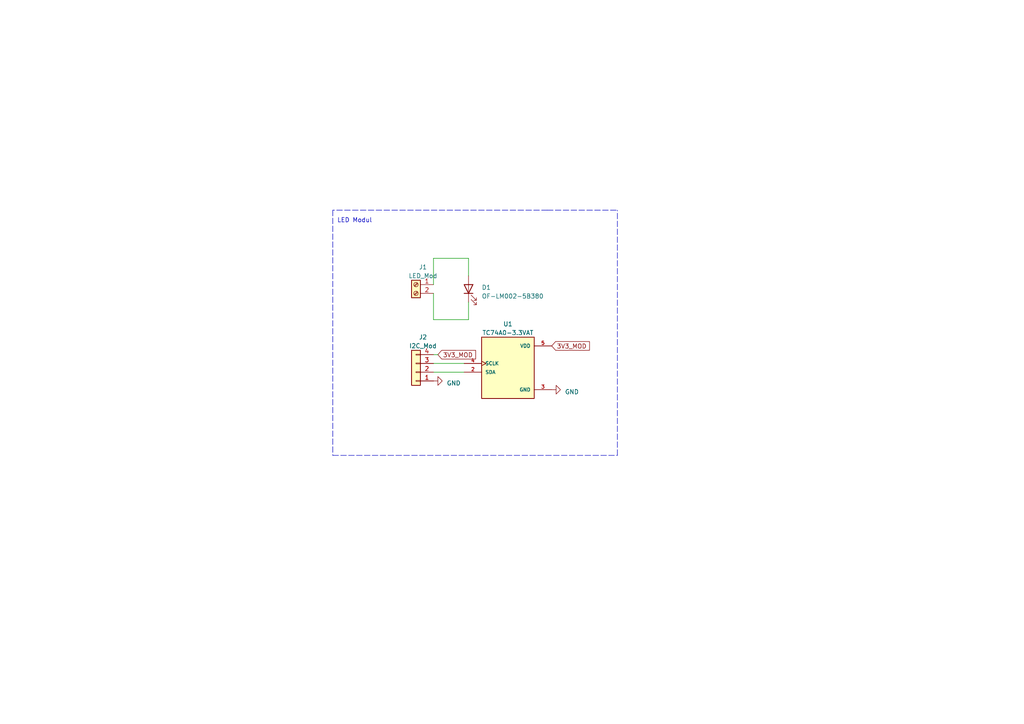
<source format=kicad_sch>
(kicad_sch (version 20210615) (generator eeschema)
  (paper "A4")
  (lib_symbols
    (symbol "Connector:Screw_Terminal_01x02" (pin_names (offset 1.016) hide)
      (property "Reference" "J" (at 0 2.54 0))
      (property "Value" "Screw_Terminal_01x02" (at 0 -5.08 0))
      (symbol "Screw_Terminal_01x02_1_1"
        (circle (center 0 -2.54) (radius 0.635) (stroke (width 0.1524)))
        (circle (center 0 0) (radius 0.635) (stroke (width 0.1524)))
        (rectangle (start -1.27 1.27) (end 1.27 -3.81) (stroke (width 0.254)) (fill (type background)))
        (polyline (pts (xy -0.5334 -2.2098) (xy 0.3302 -3.048)) (stroke (width 0.1524)))
        (polyline (pts (xy -0.5334 0.3302) (xy 0.3302 -0.508)) (stroke (width 0.1524)))
        (polyline (pts (xy -0.3556 -2.032) (xy 0.508 -2.8702)) (stroke (width 0.1524)))
        (polyline (pts (xy -0.3556 0.508) (xy 0.508 -0.3302)) (stroke (width 0.1524)))
        (pin passive line (at -5.08 0 0) (length 3.81) (name "Pin_1") (number "1"))
        (pin passive line (at -5.08 -2.54 0) (length 3.81) (name "Pin_2") (number "2"))
      )
    )
    (symbol "Connector_Generic:Conn_01x04" (pin_names (offset 1.016) hide)
      (property "Reference" "J" (at 0 5.08 0))
      (property "Value" "Conn_01x04" (at 0 -7.62 0))
      (symbol "Conn_01x04_1_1"
        (rectangle (start -1.27 -4.953) (end 0 -5.207) (stroke (width 0.1524)))
        (rectangle (start -1.27 -2.413) (end 0 -2.667) (stroke (width 0.1524)))
        (rectangle (start -1.27 0.127) (end 0 -0.127) (stroke (width 0.1524)))
        (rectangle (start -1.27 2.667) (end 0 2.413) (stroke (width 0.1524)))
        (rectangle (start -1.27 3.81) (end 1.27 -6.35) (stroke (width 0.254)) (fill (type background)))
        (pin passive line (at -5.08 2.54 0) (length 3.81) (name "Pin_1") (number "1"))
        (pin passive line (at -5.08 0 0) (length 3.81) (name "Pin_2") (number "2"))
        (pin passive line (at -5.08 -2.54 0) (length 3.81) (name "Pin_3") (number "3"))
        (pin passive line (at -5.08 -5.08 0) (length 3.81) (name "Pin_4") (number "4"))
      )
    )
    (symbol "Device:LED" (pin_numbers hide) (pin_names (offset 1.016) hide)
      (property "Reference" "D" (at 0 2.54 0))
      (property "Value" "LED" (at 0 -2.54 0))
      (symbol "LED_0_1"
        (polyline (pts (xy -1.27 -1.27) (xy -1.27 1.27)) (stroke (width 0.254)))
        (polyline (pts (xy -1.27 0) (xy 1.27 0)))
        (polyline (pts (xy 1.27 -1.27) (xy 1.27 1.27) (xy -1.27 0) (xy 1.27 -1.27)) (stroke (width 0.254)))
        (polyline (pts (xy -3.048 -0.762) (xy -4.572 -2.286) (xy -3.81 -2.286) (xy -4.572 -2.286) (xy -4.572 -1.524)))
        (polyline (pts (xy -1.778 -0.762) (xy -3.302 -2.286) (xy -2.54 -2.286) (xy -3.302 -2.286) (xy -3.302 -1.524)))
      )
      (symbol "LED_1_1"
        (pin passive line (at -3.81 0 0) (length 2.54) (name "K") (number "1"))
        (pin passive line (at 3.81 0 180) (length 2.54) (name "A") (number "2"))
      )
    )
    (symbol "TC74A0-3.3VAT:TC74A0-3.3VAT" (pin_names (offset 1.016))
      (property "Reference" "U" (at -7.874 10.922 0))
      (property "Value" "TC74A0-3.3VAT" (at -7.62 -10.16 0))
      (symbol "TC74A0-3.3VAT_0_0"
        (rectangle (start -7.62 -7.62) (end 7.62 10.16) (stroke (width 0.254)) (fill (type background)))
        (pin bidirectional line (at -12.7 0 0) (length 5.08) (name "SDA") (number "2"))
        (pin power_in line (at 12.7 -5.08 180) (length 5.08) (name "GND") (number "3"))
        (pin input clock (at -12.7 2.54 0) (length 5.08) (name "SCLK") (number "4"))
        (pin power_in line (at 12.7 7.62 180) (length 5.08) (name "VDD") (number "5"))
      )
    )
    (symbol "power:GND" (power) (pin_names (offset 0))
      (property "Value" "GND" (at 0 -3.81 0))
      (symbol "GND_0_1"
        (polyline (pts (xy 0 0) (xy 0 -1.27) (xy 1.27 -1.27) (xy 0 -2.54) (xy -1.27 -1.27) (xy 0 -1.27)))
      )
      (symbol "GND_1_1"
        (pin power_in line (at 0 0 270) (length 0) hide (name "GND") (number "1"))
      )
    )
  )
  (wire (pts (xy 125.73 74.93) (xy 135.89 74.93)))
  (wire (pts (xy 125.73 82.55) (xy 125.73 74.93)))
  (wire (pts (xy 125.73 85.09) (xy 125.73 92.71)))
  (wire (pts (xy 125.73 92.71) (xy 135.89 92.71)))
  (wire (pts (xy 125.73 102.87) (xy 127 102.87)))
  (wire (pts (xy 125.73 105.41) (xy 134.62 105.41)))
  (wire (pts (xy 125.73 107.95) (xy 134.62 107.95)))
  (wire (pts (xy 135.89 74.93) (xy 135.89 80.01)))
  (wire (pts (xy 135.89 92.71) (xy 135.89 87.63)))
  (polyline (pts (xy 96.52 60.96) (xy 96.52 132.08)) (stroke (width 0) (type dash)))
  (polyline (pts (xy 96.52 132.08) (xy 179.07 132.08)) (stroke (width 0) (type dash)))
  (polyline (pts (xy 158.75 60.96) (xy 96.52 60.96)) (stroke (width 0) (type dash)))
  (polyline (pts (xy 158.75 60.96) (xy 179.07 60.96)) (stroke (width 0) (type dash)))
  (polyline (pts (xy 179.07 132.08) (xy 179.07 60.96)) (stroke (width 0) (type dash)))
  (text "LED Modul" (at 97.79 64.77 0) (effects (font (size 1.27 1.27)) (justify left bottom)))
  (global_label "3V3_MOD" (shape input) (at 127 102.87 0) (property "Intersheet References" "${INTERSHEET_REFS}" (effects hide)))
  (global_label "3V3_MOD" (shape input) (at 160.02 100.33 0) (property "Intersheet References" "${INTERSHEET_REFS}" (effects hide)))
  (symbol (lib_id "power:GND") (at 125.73 110.49 90) (unit 1)
    (property "Reference" "#PWR0102" (effects hide))
    (property "Value" "GND" (at 129.54 111.1249 90) (effects (justify right)))
  )
  (symbol (lib_id "power:GND") (at 160.02 113.03 90) (unit 1)
    (property "Reference" "#PWR0101" (effects hide))
    (property "Value" "GND" (at 163.83 113.6649 90) (effects (justify right)))
  )
  (symbol (lib_id "Device:LED") (at 135.89 83.82 90) (unit 1)
    (property "Reference" "D1" (at 139.7 83.3754 90) (effects (justify right)))
    (property "Value" "OF-LM002-5B380" (at 139.7 85.9154 90) (effects (justify right)))
    (property "PARTREV" "XXX" (effects hide))
  )
  (symbol (lib_id "Connector:Screw_Terminal_01x02") (at 120.65 82.55 0) (mirror y) (unit 1)
    (property "Reference" "J1" (at 122.682 77.47 0))
    (property "Value" "LED_Mod" (at 122.682 80.01 0))
    (property "Footprint" "Connector_PinHeader_2.54mm:PinHeader_1x02_P2.54mm_Vertical" (effects hide))
    (property "PARTREV" "XXX" (effects hide))
  )
  (symbol (lib_id "Connector_Generic:Conn_01x04") (at 120.65 107.95 180) (unit 1)
    (property "Reference" "J2" (at 122.682 97.79 0))
    (property "Value" "I2C_Mod" (at 122.682 100.33 0))
    (property "Footprint" "Connector_PinHeader_2.54mm:PinHeader_1x04_P2.54mm_Vertical" (effects hide))
    (property "PARTREV" "XXX" (effects hide))
  )
  (symbol (lib_id "TC74A0-3.3VAT:TC74A0-3.3VAT") (at 147.32 107.95 0) (unit 1)
    (property "Reference" "U1" (at 147.32 93.98 0))
    (property "Value" "TC74A0-3.3VAT" (at 147.32 96.52 0))
    (property "Footprint" "Package_TO_SOT_THT:TO-220-5_Vertical" (effects hide))
    (property "PARTREV" "XXX" (effects hide))
    (property "STANDARD" "IPC-7251" (effects hide))
    (property "MANUFACTURER" "Microchip" (effects hide))
  )
)
</source>
